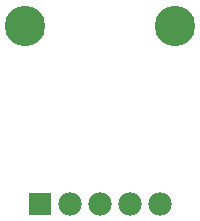
<source format=gbr>
G04 EAGLE Gerber RS-274X export*
G75*
%MOMM*%
%FSLAX34Y34*%
%LPD*%
%INSoldermask Bottom*%
%IPPOS*%
%AMOC8*
5,1,8,0,0,1.08239X$1,22.5*%
G01*
%ADD10C,3.419200*%
%ADD11R,1.981200X1.981200*%
%ADD12C,1.981200*%


D10*
X25400Y165100D03*
X152400Y165100D03*
D11*
X38100Y13970D03*
D12*
X63500Y13970D03*
X88900Y13970D03*
X114300Y13970D03*
X139700Y13970D03*
M02*

</source>
